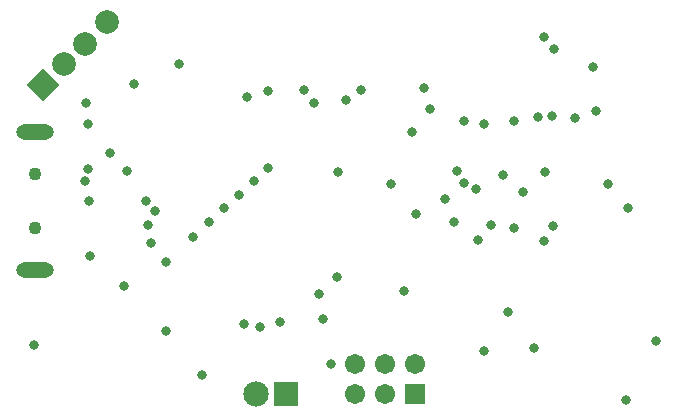
<source format=gbs>
G04*
G04 #@! TF.GenerationSoftware,Altium Limited,Altium Designer,19.1.5 (86)*
G04*
G04 Layer_Color=16711935*
%FSLAX44Y44*%
%MOMM*%
G71*
G01*
G75*
%ADD29P,2.8330X4X90.0*%
%ADD30C,2.0032*%
%ADD31C,2.1400*%
%ADD32R,2.1400X2.1400*%
%ADD33C,1.7032*%
%ADD34R,1.7032X1.7032*%
%ADD35O,3.2000X1.3000*%
%ADD36C,1.1000*%
%ADD37C,0.8032*%
D29*
X34645Y302645D02*
D03*
D30*
X52322Y320322D02*
D03*
X70000Y338000D02*
D03*
X88385Y356385D02*
D03*
D31*
X215030Y40940D02*
D03*
D32*
X240030D02*
D03*
D33*
X323850D02*
D03*
X298750D02*
D03*
Y66340D02*
D03*
X323850D02*
D03*
X349250D02*
D03*
D34*
Y40940D02*
D03*
D35*
X27870Y263270D02*
D03*
Y146270D02*
D03*
D36*
Y227270D02*
D03*
Y182270D02*
D03*
D37*
X70000Y222000D02*
D03*
X74000Y158000D02*
D03*
X554000Y86000D02*
D03*
X528000Y36000D02*
D03*
X450000Y80000D02*
D03*
X408000Y78000D02*
D03*
X26670Y82850D02*
D03*
X356870Y300020D02*
D03*
X485140Y274620D02*
D03*
X433070Y272080D02*
D03*
X346710Y263190D02*
D03*
X361950Y282240D02*
D03*
X391160Y272080D02*
D03*
X407670Y269540D02*
D03*
X458470Y170480D02*
D03*
X402590Y171750D02*
D03*
X382270Y186990D02*
D03*
X374650Y206040D02*
D03*
X440690Y212390D02*
D03*
X384810Y230170D02*
D03*
X424180Y226360D02*
D03*
X401320Y214930D02*
D03*
X459740Y228900D02*
D03*
X513080Y218740D02*
D03*
X529590Y198420D02*
D03*
X278130Y66340D02*
D03*
X168910Y57450D02*
D03*
X271780Y104440D02*
D03*
X234950Y101900D02*
D03*
X204470Y100630D02*
D03*
X224790Y232710D02*
D03*
X213360Y221280D02*
D03*
X200660Y209850D02*
D03*
X187960Y198420D02*
D03*
X175260Y186990D02*
D03*
X161290Y174290D02*
D03*
X303530Y298750D02*
D03*
X255270D02*
D03*
X224790Y297480D02*
D03*
X207010Y292400D02*
D03*
X149860Y320340D02*
D03*
X112000Y304000D02*
D03*
X71120Y287320D02*
D03*
X72390Y269540D02*
D03*
Y231440D02*
D03*
X73660Y204770D02*
D03*
X121920D02*
D03*
X123190Y184450D02*
D03*
X138430Y152700D02*
D03*
Y94280D02*
D03*
X102870Y132380D02*
D03*
X290830Y289860D02*
D03*
X264160Y287320D02*
D03*
X267970Y126030D02*
D03*
X465455Y276525D02*
D03*
X453390Y275890D02*
D03*
X458470Y343200D02*
D03*
X467360Y333040D02*
D03*
X500380Y317800D02*
D03*
X91440Y245410D02*
D03*
X105410Y230170D02*
D03*
X125730Y169210D02*
D03*
X340360Y128570D02*
D03*
X391160Y220010D02*
D03*
X466090Y183180D02*
D03*
X218440Y98090D02*
D03*
X350520Y193340D02*
D03*
X283210Y140000D02*
D03*
X284480Y228900D02*
D03*
X328930Y218740D02*
D03*
X414020Y184450D02*
D03*
X433070Y181910D02*
D03*
X427990Y110790D02*
D03*
X502920Y280970D02*
D03*
X129540Y195880D02*
D03*
M02*

</source>
